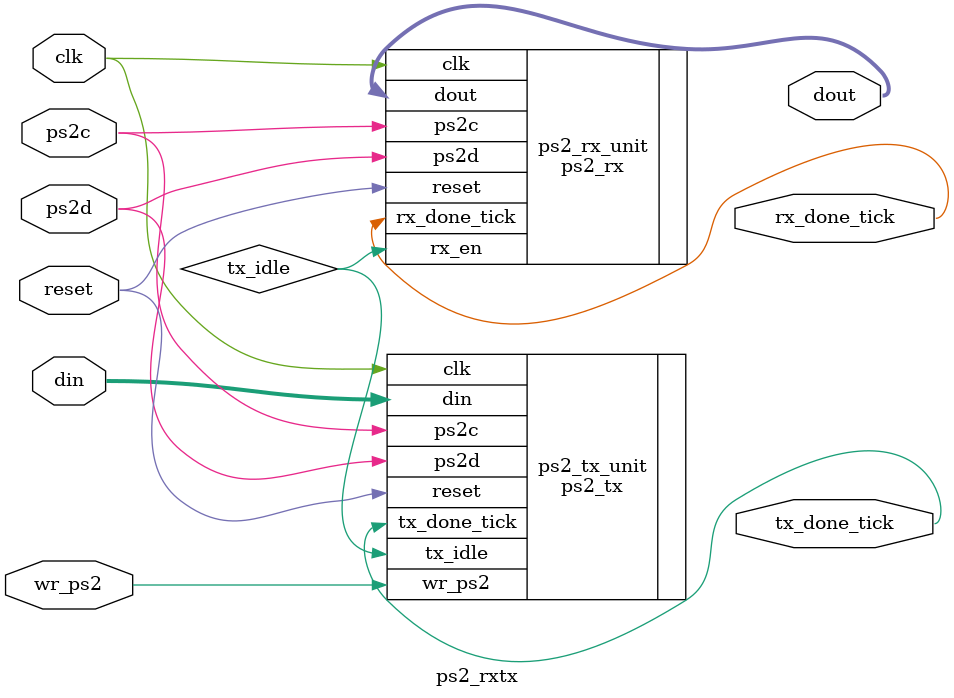
<source format=v>
module ps2_rxtx
   (
    input wire clk, reset,
    input wire wr_ps2,
    inout wire ps2d, ps2c,
    input wire [7:0] din,
    output wire rx_done_tick, tx_done_tick,
    output wire [7:0] dout
   );

   // signal declaration
   wire tx_idle;

   // body
   // instantiate ps2 receiver
   ps2_rx ps2_rx_unit
      (.clk(clk), .reset(reset), .rx_en(tx_idle),
       .ps2d(ps2d), .ps2c(ps2c),
       .rx_done_tick(rx_done_tick), .dout(dout));
   // instantiate ps2 transmitter
   ps2_tx ps2_tx_unit
      (.clk(clk), .reset(reset), .wr_ps2(wr_ps2),
       .din(din), .ps2d(ps2d), .ps2c(ps2c),
       .tx_idle(tx_idle), .tx_done_tick(tx_done_tick));

endmodule

</source>
